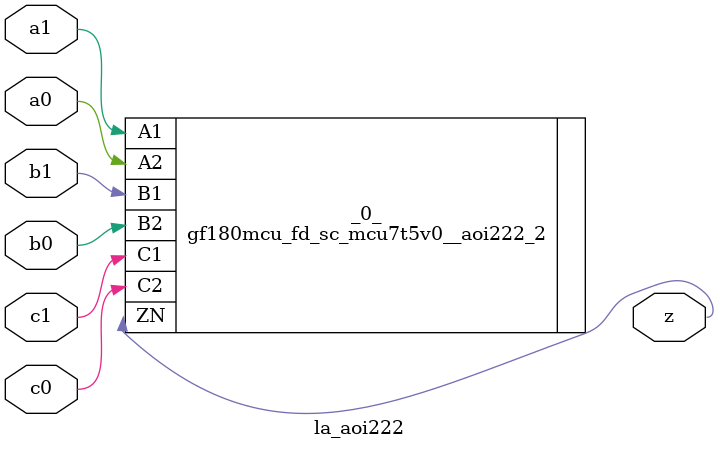
<source format=v>
/* Generated by Yosys 0.37 (git sha1 a5c7f69ed, clang 14.0.0-1ubuntu1.1 -fPIC -Os) */

module la_aoi222(a0, a1, b0, b1, c0, c1, z);
  input a0;
  wire a0;
  input a1;
  wire a1;
  input b0;
  wire b0;
  input b1;
  wire b1;
  input c0;
  wire c0;
  input c1;
  wire c1;
  output z;
  wire z;
  gf180mcu_fd_sc_mcu7t5v0__aoi222_2 _0_ (
    .A1(a1),
    .A2(a0),
    .B1(b1),
    .B2(b0),
    .C1(c1),
    .C2(c0),
    .ZN(z)
  );
endmodule

</source>
